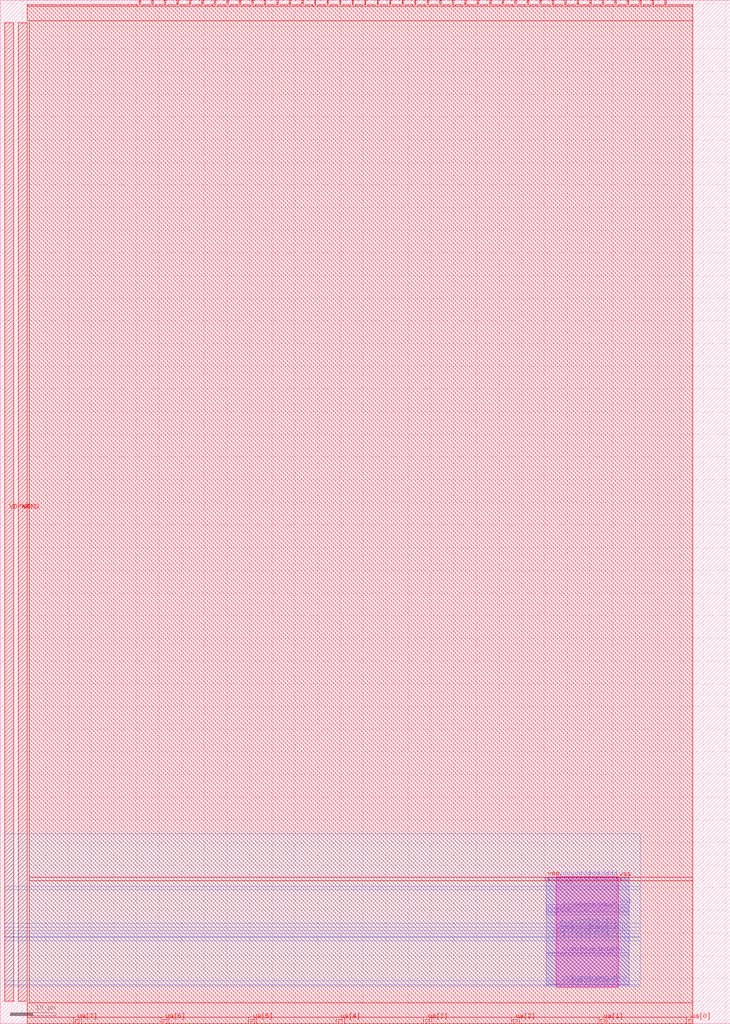
<source format=lef>
VERSION 5.7 ;
  NOWIREEXTENSIONATPIN ON ;
  DIVIDERCHAR "/" ;
  BUSBITCHARS "[]" ;
MACRO tt_um_Onchip_RCO
  CLASS BLOCK ;
  FOREIGN tt_um_Onchip_RCO ;
  ORIGIN 0.000 0.000 ;
  SIZE 161.000 BY 225.760 ;
  PIN clk
    PORT
      LAYER met4 ;
        RECT 143.830 224.760 144.130 225.760 ;
    END
  END clk
  PIN ena
    PORT
      LAYER met4 ;
        RECT 146.590 224.760 146.890 225.760 ;
    END
  END ena
  PIN rst_n
    PORT
      LAYER met4 ;
        RECT 141.070 224.760 141.370 225.760 ;
    END
  END rst_n
  PIN ua[0]
    ANTENNAGATEAREA 4.200000 ;
    PORT
      LAYER met4 ;
        RECT 151.810 0.000 152.710 1.000 ;
    END
  END ua[0]
  PIN ua[2]
    PORT
      LAYER met4 ;
        RECT 113.170 0.000 114.070 1.000 ;
    END
  END ua[2]
  PIN ua[3]
    PORT
      LAYER met4 ;
        RECT 93.850 0.000 94.750 1.000 ;
    END
  END ua[3]
  PIN ua[4]
    PORT
      LAYER met4 ;
        RECT 74.530 0.000 75.430 1.000 ;
    END
  END ua[4]
  PIN ua[5]
    PORT
      LAYER met4 ;
        RECT 55.210 0.000 56.110 1.000 ;
    END
  END ua[5]
  PIN ua[6]
    PORT
      LAYER met4 ;
        RECT 35.890 0.000 36.790 1.000 ;
    END
  END ua[6]
  PIN ua[7]
    PORT
      LAYER met4 ;
        RECT 16.570 0.000 17.470 1.000 ;
    END
  END ua[7]
  PIN ui_in[0]
    ANTENNAGATEAREA 2.100000 ;
    PORT
      LAYER met4 ;
        RECT 138.310 224.760 138.610 225.760 ;
    END
  END ui_in[0]
  PIN ui_in[1]
    PORT
      LAYER met4 ;
        RECT 135.550 224.760 135.850 225.760 ;
    END
  END ui_in[1]
  PIN ui_in[2]
    PORT
      LAYER met4 ;
        RECT 132.790 224.760 133.090 225.760 ;
    END
  END ui_in[2]
  PIN ui_in[3]
    PORT
      LAYER met4 ;
        RECT 130.030 224.760 130.330 225.760 ;
    END
  END ui_in[3]
  PIN ui_in[4]
    PORT
      LAYER met4 ;
        RECT 127.270 224.760 127.570 225.760 ;
    END
  END ui_in[4]
  PIN ui_in[5]
    PORT
      LAYER met4 ;
        RECT 124.510 224.760 124.810 225.760 ;
    END
  END ui_in[5]
  PIN ui_in[6]
    PORT
      LAYER met4 ;
        RECT 121.750 224.760 122.050 225.760 ;
    END
  END ui_in[6]
  PIN ui_in[7]
    PORT
      LAYER met4 ;
        RECT 118.990 224.760 119.290 225.760 ;
    END
  END ui_in[7]
  PIN uio_in[0]
    PORT
      LAYER met4 ;
        RECT 116.230 224.760 116.530 225.760 ;
    END
  END uio_in[0]
  PIN uio_in[1]
    PORT
      LAYER met4 ;
        RECT 113.470 224.760 113.770 225.760 ;
    END
  END uio_in[1]
  PIN uio_in[2]
    PORT
      LAYER met4 ;
        RECT 110.710 224.760 111.010 225.760 ;
    END
  END uio_in[2]
  PIN uio_in[3]
    PORT
      LAYER met4 ;
        RECT 107.950 224.760 108.250 225.760 ;
    END
  END uio_in[3]
  PIN uio_in[4]
    PORT
      LAYER met4 ;
        RECT 105.190 224.760 105.490 225.760 ;
    END
  END uio_in[4]
  PIN uio_in[5]
    PORT
      LAYER met4 ;
        RECT 102.430 224.760 102.730 225.760 ;
    END
  END uio_in[5]
  PIN uio_in[6]
    PORT
      LAYER met4 ;
        RECT 99.670 224.760 99.970 225.760 ;
    END
  END uio_in[6]
  PIN uio_in[7]
    PORT
      LAYER met4 ;
        RECT 96.910 224.760 97.210 225.760 ;
    END
  END uio_in[7]
  PIN uio_oe[0]
    ANTENNAGATEAREA 9.450000 ;
    ANTENNADIFFAREA 16.455999 ;
    PORT
      LAYER met4 ;
        RECT 49.990 224.760 50.290 225.760 ;
    END
  END uio_oe[0]
  PIN uio_oe[1]
    ANTENNAGATEAREA 9.450000 ;
    ANTENNADIFFAREA 16.455999 ;
    PORT
      LAYER met4 ;
        RECT 47.230 224.760 47.530 225.760 ;
    END
  END uio_oe[1]
  PIN uio_oe[2]
    ANTENNAGATEAREA 9.450000 ;
    ANTENNADIFFAREA 16.455999 ;
    PORT
      LAYER met4 ;
        RECT 44.470 224.760 44.770 225.760 ;
    END
  END uio_oe[2]
  PIN uio_oe[3]
    ANTENNAGATEAREA 9.450000 ;
    ANTENNADIFFAREA 16.455999 ;
    PORT
      LAYER met4 ;
        RECT 41.710 224.760 42.010 225.760 ;
    END
  END uio_oe[3]
  PIN uio_oe[4]
    ANTENNAGATEAREA 9.450000 ;
    ANTENNADIFFAREA 16.455999 ;
    PORT
      LAYER met4 ;
        RECT 38.950 224.760 39.250 225.760 ;
    END
  END uio_oe[4]
  PIN uio_oe[5]
    ANTENNAGATEAREA 9.450000 ;
    ANTENNADIFFAREA 16.455999 ;
    PORT
      LAYER met4 ;
        RECT 36.190 224.760 36.490 225.760 ;
    END
  END uio_oe[5]
  PIN uio_oe[6]
    ANTENNAGATEAREA 9.450000 ;
    ANTENNADIFFAREA 16.455999 ;
    PORT
      LAYER met4 ;
        RECT 33.430 224.760 33.730 225.760 ;
    END
  END uio_oe[6]
  PIN uio_oe[7]
    ANTENNAGATEAREA 9.450000 ;
    ANTENNADIFFAREA 16.455999 ;
    PORT
      LAYER met4 ;
        RECT 30.670 224.760 30.970 225.760 ;
    END
  END uio_oe[7]
  PIN uio_out[0]
    ANTENNAGATEAREA 9.450000 ;
    ANTENNADIFFAREA 16.455999 ;
    PORT
      LAYER met4 ;
        RECT 72.070 224.760 72.370 225.760 ;
    END
  END uio_out[0]
  PIN uio_out[1]
    ANTENNAGATEAREA 9.450000 ;
    ANTENNADIFFAREA 16.455999 ;
    PORT
      LAYER met4 ;
        RECT 69.310 224.760 69.610 225.760 ;
    END
  END uio_out[1]
  PIN uio_out[2]
    ANTENNAGATEAREA 9.450000 ;
    ANTENNADIFFAREA 16.455999 ;
    PORT
      LAYER met4 ;
        RECT 66.550 224.760 66.850 225.760 ;
    END
  END uio_out[2]
  PIN uio_out[3]
    ANTENNAGATEAREA 9.450000 ;
    ANTENNADIFFAREA 16.455999 ;
    PORT
      LAYER met4 ;
        RECT 63.790 224.760 64.090 225.760 ;
    END
  END uio_out[3]
  PIN uio_out[4]
    ANTENNAGATEAREA 9.450000 ;
    ANTENNADIFFAREA 16.455999 ;
    PORT
      LAYER met4 ;
        RECT 61.030 224.760 61.330 225.760 ;
    END
  END uio_out[4]
  PIN uio_out[5]
    ANTENNAGATEAREA 9.450000 ;
    ANTENNADIFFAREA 16.455999 ;
    PORT
      LAYER met4 ;
        RECT 58.270 224.760 58.570 225.760 ;
    END
  END uio_out[5]
  PIN uio_out[6]
    ANTENNAGATEAREA 9.450000 ;
    ANTENNADIFFAREA 16.455999 ;
    PORT
      LAYER met4 ;
        RECT 55.510 224.760 55.810 225.760 ;
    END
  END uio_out[6]
  PIN uio_out[7]
    ANTENNAGATEAREA 9.450000 ;
    ANTENNADIFFAREA 16.455999 ;
    PORT
      LAYER met4 ;
        RECT 52.750 224.760 53.050 225.760 ;
    END
  END uio_out[7]
  PIN uo_out[0]
    ANTENNAGATEAREA 9.450000 ;
    ANTENNADIFFAREA 16.455999 ;
    PORT
      LAYER met4 ;
        RECT 94.150 224.760 94.450 225.760 ;
    END
  END uo_out[0]
  PIN uo_out[1]
    ANTENNAGATEAREA 9.450000 ;
    ANTENNADIFFAREA 16.455999 ;
    PORT
      LAYER met4 ;
        RECT 91.390 224.760 91.690 225.760 ;
    END
  END uo_out[1]
  PIN uo_out[2]
    ANTENNAGATEAREA 9.450000 ;
    ANTENNADIFFAREA 16.455999 ;
    PORT
      LAYER met4 ;
        RECT 88.630 224.760 88.930 225.760 ;
    END
  END uo_out[2]
  PIN uo_out[3]
    ANTENNAGATEAREA 9.450000 ;
    ANTENNADIFFAREA 16.455999 ;
    PORT
      LAYER met4 ;
        RECT 85.870 224.760 86.170 225.760 ;
    END
  END uo_out[3]
  PIN uo_out[4]
    ANTENNAGATEAREA 9.450000 ;
    ANTENNADIFFAREA 16.455999 ;
    PORT
      LAYER met4 ;
        RECT 83.110 224.760 83.410 225.760 ;
    END
  END uo_out[4]
  PIN uo_out[5]
    ANTENNAGATEAREA 9.450000 ;
    ANTENNADIFFAREA 16.455999 ;
    PORT
      LAYER met4 ;
        RECT 80.350 224.760 80.650 225.760 ;
    END
  END uo_out[5]
  PIN uo_out[6]
    ANTENNAGATEAREA 9.450000 ;
    ANTENNADIFFAREA 16.455999 ;
    PORT
      LAYER met4 ;
        RECT 77.590 224.760 77.890 225.760 ;
    END
  END uo_out[6]
  PIN uo_out[7]
    ANTENNAGATEAREA 9.450000 ;
    ANTENNADIFFAREA 16.455999 ;
    PORT
      LAYER met4 ;
        RECT 74.830 224.760 75.130 225.760 ;
    END
  END uo_out[7]
  PIN VDPWR
    ANTENNAGATEAREA 15.400000 ;
    ANTENNADIFFAREA 24.855999 ;
    PORT
      LAYER met4 ;
        RECT 1.000 5.000 3.000 220.760 ;
    END
  END VDPWR
  PIN VGND
    USE GROUND ;
    PORT
      LAYER met4 ;
        RECT 4.000 5.000 6.000 220.760 ;
    END
  END VGND
  PIN ua[1]
    ANTENNADIFFAREA 1.800000 ;
    PORT
      LAYER met4 ;
        RECT 132.490 0.000 133.390 1.000 ;
    END
  END ua[1]
  PIN vss
    ANTENNAGATEAREA 9.450000 ;
    ANTENNADIFFAREA 16.455999 ;
    PORT
      LAYER met4 ;
        RECT 120.605 31.920 120.615 31.930 ;
    END
    PORT
      LAYER met4 ;
        RECT 136.440 31.890 136.450 31.900 ;
    END
    PORT
      LAYER met1 ;
        RECT 123.030 20.205 123.040 20.215 ;
    END
    PORT
      LAYER met1 ;
        RECT 125.625 20.205 125.635 20.215 ;
    END
    PORT
      LAYER met1 ;
        RECT 127.575 20.205 127.585 20.215 ;
    END
    PORT
      LAYER met1 ;
        RECT 129.525 20.205 129.535 20.215 ;
    END
    PORT
      LAYER met1 ;
        RECT 131.475 20.205 131.485 20.215 ;
    END
    PORT
      LAYER met1 ;
        RECT 123.855 20.205 123.865 20.215 ;
    END
    PORT
      LAYER met1 ;
        RECT 125.805 20.205 125.815 20.215 ;
    END
    PORT
      LAYER met1 ;
        RECT 127.755 20.205 127.765 20.215 ;
    END
    PORT
      LAYER met1 ;
        RECT 129.705 20.205 129.715 20.215 ;
    END
    PORT
      LAYER met1 ;
        RECT 131.655 20.205 131.665 20.215 ;
    END
    PORT
      LAYER met1 ;
        RECT 133.605 20.205 133.615 20.215 ;
    END
    PORT
      LAYER met1 ;
        RECT 133.425 20.205 133.435 20.215 ;
    END
    PORT
      LAYER met3 ;
        RECT 123.355 21.735 123.365 21.745 ;
    END
    PORT
      LAYER met3 ;
        RECT 125.595 21.735 125.605 21.745 ;
    END
    PORT
      LAYER met3 ;
        RECT 127.545 21.735 127.555 21.745 ;
    END
    PORT
      LAYER met3 ;
        RECT 129.495 21.735 129.505 21.745 ;
    END
    PORT
      LAYER met3 ;
        RECT 131.445 21.735 131.455 21.745 ;
    END
    PORT
      LAYER met3 ;
        RECT 123.885 18.675 123.895 18.685 ;
    END
    PORT
      LAYER met3 ;
        RECT 125.835 18.675 125.845 18.685 ;
    END
    PORT
      LAYER met3 ;
        RECT 127.785 18.675 127.795 18.685 ;
    END
    PORT
      LAYER met3 ;
        RECT 129.735 18.675 129.745 18.685 ;
    END
    PORT
      LAYER met3 ;
        RECT 131.685 18.675 131.695 18.685 ;
    END
    PORT
      LAYER met3 ;
        RECT 133.635 18.675 133.645 18.685 ;
    END
    PORT
      LAYER met3 ;
        RECT 133.395 21.735 133.405 21.745 ;
    END
  END vss
  PIN out
    ANTENNADIFFAREA 1.800000 ;
    PORT
      LAYER met1 ;
        RECT 136.635 25.930 136.645 25.940 ;
    END
    PORT
      LAYER met1 ;
        RECT 127.510 25.110 127.520 25.120 ;
    END
    PORT
      LAYER met1 ;
        RECT 129.460 25.110 129.470 25.120 ;
    END
    PORT
      LAYER met1 ;
        RECT 131.410 25.110 131.420 25.120 ;
    END
    PORT
      LAYER met1 ;
        RECT 123.920 15.300 123.930 15.310 ;
    END
    PORT
      LAYER met1 ;
        RECT 125.870 15.300 125.880 15.310 ;
    END
    PORT
      LAYER met1 ;
        RECT 127.820 15.300 127.830 15.310 ;
    END
    PORT
      LAYER met1 ;
        RECT 129.770 15.300 129.780 15.310 ;
    END
    PORT
      LAYER met1 ;
        RECT 131.720 15.300 131.730 15.310 ;
    END
    PORT
      LAYER met1 ;
        RECT 133.670 15.300 133.680 15.310 ;
    END
    PORT
      LAYER met1 ;
        RECT 133.360 25.110 133.370 25.120 ;
    END
    PORT
      LAYER met1 ;
        RECT 125.560 25.110 125.570 25.120 ;
    END
  END out
  PIN vrst
    ANTENNAGATEAREA 2.100000 ;
    PORT
      LAYER met1 ;
        RECT 122.440 24.310 122.450 24.320 ;
    END
  END vrst
  PIN vdd
    ANTENNAGATEAREA 15.400000 ;
    ANTENNADIFFAREA 24.855999 ;
    PORT
      LAYER met1 ;
        RECT 123.035 31.985 123.045 31.995 ;
    END
    PORT
      LAYER met1 ;
        RECT 125.665 31.985 125.675 31.995 ;
    END
    PORT
      LAYER met1 ;
        RECT 127.615 31.985 127.625 31.995 ;
    END
    PORT
      LAYER met1 ;
        RECT 129.565 31.985 129.575 31.995 ;
    END
    PORT
      LAYER met1 ;
        RECT 131.515 31.985 131.525 31.995 ;
    END
    PORT
      LAYER met1 ;
        RECT 123.815 8.425 123.825 8.435 ;
    END
    PORT
      LAYER met1 ;
        RECT 125.765 8.425 125.775 8.435 ;
    END
    PORT
      LAYER met1 ;
        RECT 127.715 8.425 127.725 8.435 ;
    END
    PORT
      LAYER met1 ;
        RECT 129.665 8.425 129.675 8.435 ;
    END
    PORT
      LAYER met1 ;
        RECT 131.615 8.425 131.625 8.435 ;
    END
    PORT
      LAYER met1 ;
        RECT 133.565 8.425 133.575 8.435 ;
    END
    PORT
      LAYER met1 ;
        RECT 133.465 31.985 133.475 31.995 ;
    END
    PORT
      LAYER met3 ;
        RECT 123.390 29.955 123.400 29.965 ;
    END
  END vdd
  PIN in
    ANTENNAGATEAREA 1.050000 ;
    ANTENNADIFFAREA 0.900000 ;
    PORT
      LAYER met1 ;
        RECT 125.765 25.095 125.775 25.105 ;
    END
    PORT
      LAYER met1 ;
        RECT 127.715 25.095 127.725 25.105 ;
    END
    PORT
      LAYER met1 ;
        RECT 129.665 25.095 129.675 25.105 ;
    END
    PORT
      LAYER met1 ;
        RECT 125.665 15.315 125.675 15.325 ;
    END
    PORT
      LAYER met1 ;
        RECT 127.615 15.315 127.625 15.325 ;
    END
    PORT
      LAYER met1 ;
        RECT 129.565 15.315 129.575 15.325 ;
    END
    PORT
      LAYER met1 ;
        RECT 131.515 15.315 131.525 15.325 ;
    END
    PORT
      LAYER met1 ;
        RECT 133.465 15.315 133.475 15.325 ;
    END
    PORT
      LAYER met1 ;
        RECT 135.415 15.315 135.425 15.325 ;
    END
    PORT
      LAYER met1 ;
        RECT 131.615 25.095 131.625 25.105 ;
    END
    PORT
      LAYER met1 ;
        RECT 123.815 25.095 123.825 25.105 ;
    END
  END in
  PIN vctrn
    ANTENNAGATEAREA 4.200000 ;
    PORT
      LAYER met3 ;
        RECT 122.425 19.540 122.435 19.550 ;
    END
    PORT
      LAYER met3 ;
        RECT 122.425 20.870 122.435 20.880 ;
    END
    PORT
      LAYER met3 ;
        RECT 125.640 20.870 125.650 20.880 ;
    END
    PORT
      LAYER met3 ;
        RECT 127.590 20.870 127.600 20.880 ;
    END
    PORT
      LAYER met3 ;
        RECT 129.540 20.870 129.550 20.880 ;
    END
    PORT
      LAYER met3 ;
        RECT 131.490 20.870 131.500 20.880 ;
    END
    PORT
      LAYER met3 ;
        RECT 123.840 19.540 123.850 19.550 ;
    END
    PORT
      LAYER met3 ;
        RECT 125.790 19.540 125.800 19.550 ;
    END
    PORT
      LAYER met3 ;
        RECT 127.740 19.540 127.750 19.550 ;
    END
    PORT
      LAYER met3 ;
        RECT 129.690 19.540 129.700 19.550 ;
    END
    PORT
      LAYER met3 ;
        RECT 131.640 19.540 131.650 19.550 ;
    END
    PORT
      LAYER met3 ;
        RECT 133.590 19.540 133.600 19.550 ;
    END
    PORT
      LAYER met3 ;
        RECT 133.440 20.870 133.450 20.880 ;
    END
  END vctrn
  PIN vctrp
    ANTENNAGATEAREA 8.400000 ;
    ANTENNADIFFAREA 0.900000 ;
    PORT
      LAYER met3 ;
        RECT 123.845 9.045 123.855 9.055 ;
    END
    PORT
      LAYER met3 ;
        RECT 125.795 9.045 125.805 9.055 ;
    END
    PORT
      LAYER met3 ;
        RECT 127.745 9.045 127.755 9.055 ;
    END
    PORT
      LAYER met3 ;
        RECT 129.695 9.045 129.705 9.055 ;
    END
    PORT
      LAYER met3 ;
        RECT 131.645 9.045 131.655 9.055 ;
    END
    PORT
      LAYER met3 ;
        RECT 133.595 9.045 133.605 9.055 ;
    END
  END vctrp
  OBS
      LAYER nwell ;
        RECT 122.665 8.050 136.345 32.370 ;
      LAYER li1 ;
        RECT 122.940 8.230 135.975 32.190 ;
      LAYER met1 ;
        RECT 120.425 31.705 122.755 32.190 ;
        RECT 123.325 31.705 125.385 32.190 ;
        RECT 125.955 31.705 127.335 32.190 ;
        RECT 127.905 31.705 129.285 32.190 ;
        RECT 129.855 31.705 131.235 32.190 ;
        RECT 131.805 31.705 133.185 32.190 ;
        RECT 133.755 31.705 138.760 32.190 ;
        RECT 120.425 26.220 138.760 31.705 ;
        RECT 120.425 25.650 136.355 26.220 ;
        RECT 136.925 25.650 138.760 26.220 ;
        RECT 120.425 25.400 138.760 25.650 ;
        RECT 120.425 25.385 125.280 25.400 ;
        RECT 125.850 25.385 127.230 25.400 ;
        RECT 127.800 25.385 129.180 25.400 ;
        RECT 129.750 25.385 131.130 25.400 ;
        RECT 131.700 25.385 133.080 25.400 ;
        RECT 120.425 24.815 123.535 25.385 ;
        RECT 124.105 24.830 125.280 25.385 ;
        RECT 126.055 24.830 127.230 25.385 ;
        RECT 128.005 24.830 129.180 25.385 ;
        RECT 129.955 24.830 131.130 25.385 ;
        RECT 131.905 24.830 133.080 25.385 ;
        RECT 133.650 24.830 138.760 25.400 ;
        RECT 124.105 24.815 125.485 24.830 ;
        RECT 126.055 24.815 127.435 24.830 ;
        RECT 128.005 24.815 129.385 24.830 ;
        RECT 129.955 24.815 131.335 24.830 ;
        RECT 131.905 24.815 138.760 24.830 ;
        RECT 120.425 24.600 138.760 24.815 ;
        RECT 120.425 24.030 122.160 24.600 ;
        RECT 122.730 24.030 138.760 24.600 ;
        RECT 120.425 20.495 138.760 24.030 ;
        RECT 120.425 19.925 122.750 20.495 ;
        RECT 123.320 19.925 123.575 20.495 ;
        RECT 124.145 19.925 125.345 20.495 ;
        RECT 126.095 19.925 127.295 20.495 ;
        RECT 128.045 19.925 129.245 20.495 ;
        RECT 129.995 19.925 131.195 20.495 ;
        RECT 131.945 19.925 133.145 20.495 ;
        RECT 133.895 19.925 138.760 20.495 ;
        RECT 120.425 15.605 138.760 19.925 ;
        RECT 120.425 15.590 125.385 15.605 ;
        RECT 125.955 15.590 127.335 15.605 ;
        RECT 127.905 15.590 129.285 15.605 ;
        RECT 129.855 15.590 131.235 15.605 ;
        RECT 131.805 15.590 133.185 15.605 ;
        RECT 133.755 15.590 135.135 15.605 ;
        RECT 120.425 15.020 123.640 15.590 ;
        RECT 124.210 15.035 125.385 15.590 ;
        RECT 126.160 15.035 127.335 15.590 ;
        RECT 128.110 15.035 129.285 15.590 ;
        RECT 130.060 15.035 131.235 15.590 ;
        RECT 132.010 15.035 133.185 15.590 ;
        RECT 133.960 15.035 135.135 15.590 ;
        RECT 135.705 15.035 138.760 15.605 ;
        RECT 124.210 15.020 125.590 15.035 ;
        RECT 126.160 15.020 127.540 15.035 ;
        RECT 128.110 15.020 129.490 15.035 ;
        RECT 130.060 15.020 131.440 15.035 ;
        RECT 132.010 15.020 133.390 15.035 ;
        RECT 133.960 15.020 138.760 15.035 ;
        RECT 120.425 8.715 138.760 15.020 ;
        RECT 120.425 8.230 123.535 8.715 ;
        RECT 124.105 8.230 125.485 8.715 ;
        RECT 126.055 8.230 127.435 8.715 ;
        RECT 128.005 8.230 129.385 8.715 ;
        RECT 129.955 8.230 131.335 8.715 ;
        RECT 131.905 8.230 133.285 8.715 ;
        RECT 133.855 8.230 138.760 8.715 ;
      LAYER met2 ;
        RECT 120.425 8.230 138.760 32.190 ;
      LAYER met3 ;
        RECT 1.000 30.365 141.145 41.895 ;
        RECT 1.000 29.555 122.990 30.365 ;
        RECT 123.800 29.555 141.145 30.365 ;
        RECT 1.000 22.145 141.145 29.555 ;
        RECT 1.000 21.335 122.955 22.145 ;
        RECT 123.765 21.335 125.195 22.145 ;
        RECT 126.005 21.335 127.145 22.145 ;
        RECT 127.955 21.335 129.095 22.145 ;
        RECT 129.905 21.335 131.045 22.145 ;
        RECT 131.855 21.335 132.995 22.145 ;
        RECT 133.805 21.335 141.145 22.145 ;
        RECT 1.000 21.280 141.145 21.335 ;
        RECT 1.000 20.470 122.025 21.280 ;
        RECT 122.835 20.470 125.240 21.280 ;
        RECT 126.050 20.470 127.190 21.280 ;
        RECT 128.000 20.470 129.140 21.280 ;
        RECT 129.950 20.470 131.090 21.280 ;
        RECT 131.900 20.470 133.040 21.280 ;
        RECT 133.850 20.470 141.145 21.280 ;
        RECT 1.000 19.950 141.145 20.470 ;
        RECT 1.000 19.140 122.025 19.950 ;
        RECT 122.835 19.140 123.440 19.950 ;
        RECT 124.250 19.140 125.390 19.950 ;
        RECT 126.200 19.140 127.340 19.950 ;
        RECT 128.150 19.140 129.290 19.950 ;
        RECT 130.100 19.140 131.240 19.950 ;
        RECT 132.050 19.140 133.190 19.950 ;
        RECT 134.000 19.140 141.145 19.950 ;
        RECT 1.000 19.085 141.145 19.140 ;
        RECT 1.000 18.275 123.485 19.085 ;
        RECT 124.295 18.275 125.435 19.085 ;
        RECT 126.245 18.275 127.385 19.085 ;
        RECT 128.195 18.275 129.335 19.085 ;
        RECT 130.145 18.275 131.285 19.085 ;
        RECT 132.095 18.275 133.235 19.085 ;
        RECT 134.045 18.275 141.145 19.085 ;
        RECT 1.000 9.455 141.145 18.275 ;
        RECT 1.000 8.645 123.445 9.455 ;
        RECT 124.255 8.645 125.395 9.455 ;
        RECT 126.205 8.645 127.345 9.455 ;
        RECT 128.155 8.645 129.295 9.455 ;
        RECT 130.105 8.645 131.245 9.455 ;
        RECT 132.055 8.645 133.195 9.455 ;
        RECT 134.005 8.645 141.145 9.455 ;
        RECT 1.000 8.230 141.145 8.645 ;
      LAYER met4 ;
        RECT 6.000 224.360 30.270 224.760 ;
        RECT 31.370 224.360 33.030 224.760 ;
        RECT 34.130 224.360 35.790 224.760 ;
        RECT 36.890 224.360 38.550 224.760 ;
        RECT 39.650 224.360 41.310 224.760 ;
        RECT 42.410 224.360 44.070 224.760 ;
        RECT 45.170 224.360 46.830 224.760 ;
        RECT 47.930 224.360 49.590 224.760 ;
        RECT 50.690 224.360 52.350 224.760 ;
        RECT 53.450 224.360 55.110 224.760 ;
        RECT 56.210 224.360 57.870 224.760 ;
        RECT 58.970 224.360 60.630 224.760 ;
        RECT 61.730 224.360 63.390 224.760 ;
        RECT 64.490 224.360 66.150 224.760 ;
        RECT 67.250 224.360 68.910 224.760 ;
        RECT 70.010 224.360 71.670 224.760 ;
        RECT 72.770 224.360 74.430 224.760 ;
        RECT 75.530 224.360 77.190 224.760 ;
        RECT 78.290 224.360 79.950 224.760 ;
        RECT 81.050 224.360 82.710 224.760 ;
        RECT 83.810 224.360 85.470 224.760 ;
        RECT 86.570 224.360 88.230 224.760 ;
        RECT 89.330 224.360 90.990 224.760 ;
        RECT 92.090 224.360 93.750 224.760 ;
        RECT 94.850 224.360 96.510 224.760 ;
        RECT 97.610 224.360 99.270 224.760 ;
        RECT 100.370 224.360 102.030 224.760 ;
        RECT 103.130 224.360 104.790 224.760 ;
        RECT 105.890 224.360 107.550 224.760 ;
        RECT 108.650 224.360 110.310 224.760 ;
        RECT 111.410 224.360 113.070 224.760 ;
        RECT 114.170 224.360 115.830 224.760 ;
        RECT 116.930 224.360 118.590 224.760 ;
        RECT 119.690 224.360 121.350 224.760 ;
        RECT 122.450 224.360 124.110 224.760 ;
        RECT 125.210 224.360 126.870 224.760 ;
        RECT 127.970 224.360 129.630 224.760 ;
        RECT 130.730 224.360 132.390 224.760 ;
        RECT 133.490 224.360 135.150 224.760 ;
        RECT 136.250 224.360 137.910 224.760 ;
        RECT 139.010 224.360 140.670 224.760 ;
        RECT 141.770 224.360 143.430 224.760 ;
        RECT 144.530 224.360 146.190 224.760 ;
        RECT 147.290 224.360 152.715 224.760 ;
        RECT 6.000 221.160 152.715 224.360 ;
        RECT 6.400 32.330 152.715 221.160 ;
        RECT 6.400 31.520 120.205 32.330 ;
        RECT 121.015 32.300 152.715 32.330 ;
        RECT 121.015 31.520 136.040 32.300 ;
        RECT 6.400 31.490 136.040 31.520 ;
        RECT 136.850 31.490 152.715 32.300 ;
        RECT 6.400 4.600 152.715 31.490 ;
        RECT 6.000 1.400 152.715 4.600 ;
        RECT 6.000 0.000 16.170 1.400 ;
        RECT 17.870 0.000 35.490 1.400 ;
        RECT 37.190 0.000 54.810 1.400 ;
        RECT 56.510 0.000 74.130 1.400 ;
        RECT 75.830 0.000 93.450 1.400 ;
        RECT 95.150 0.000 112.770 1.400 ;
        RECT 114.470 0.000 132.090 1.400 ;
        RECT 133.790 0.000 151.410 1.400 ;
  END
END tt_um_Onchip_RCO
END LIBRARY


</source>
